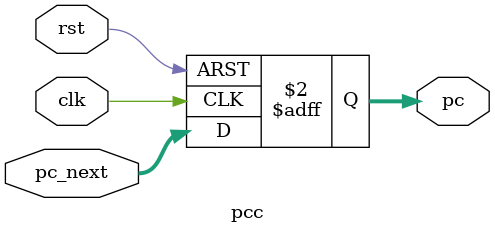
<source format=v>
module pcc 
	(
		input clk, rst,
		input [31:0] pc_next,
		output reg [31:0] pc
	);
     
     always @(posedge clk or posedge rst)
        if(rst)
        	pc <= 32'b0;
        else
        	pc <= pc_next;
endmodule : pcc

</source>
